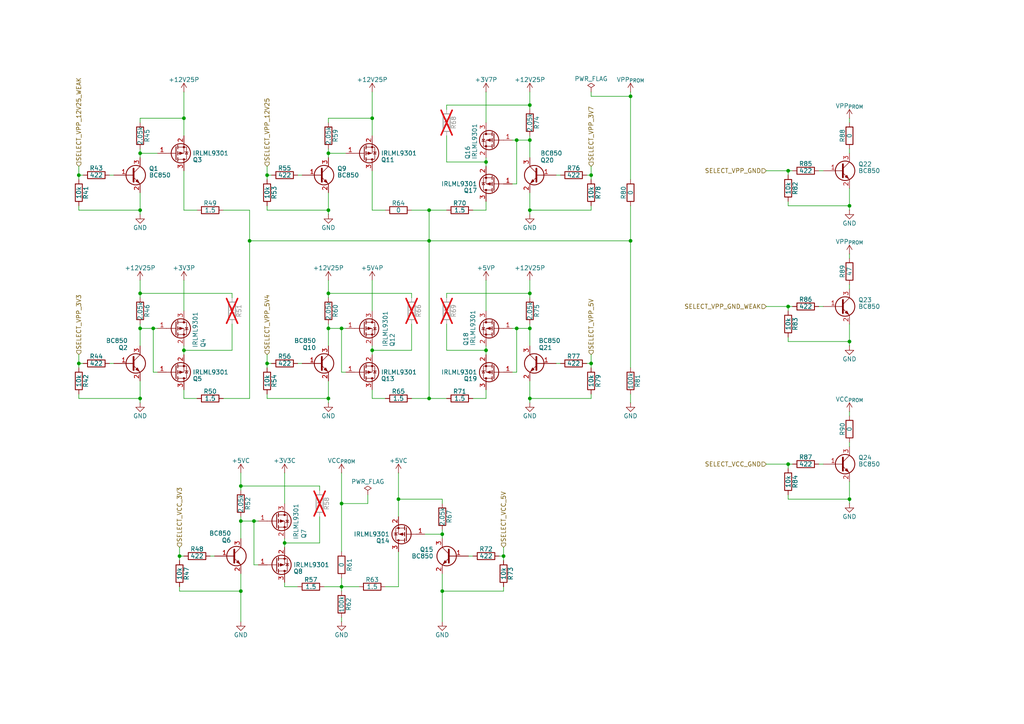
<source format=kicad_sch>
(kicad_sch (version 20231120) (generator "eeschema") (generator_version "8.0")
  (paper "A4")
  (title_block (title "XC17xxx PROM Programmer") (date "2024-12-29") (rev "2") (company "CC-BY-SA-4.0 Michael Singer") (comment 1 "https://github.com/msinger/xc17_prom_prog/") (comment 2 "http://iceboy.a-singer.de/"))
  (lib_symbols
    (symbol "Device:R" (pin_numbers hide) (pin_names (offset 0))
      (property "Reference" "R" (at 2.032 0 90))
      (property "Value" "R" (at 0 0 90))
      (symbol "R_0_1"
        (rectangle (start -1.016 -2.54) (end 1.016 2.54) (stroke (width 0.254)))
      )
      (symbol "R_1_1"
        (pin passive line (at 0 3.81 270) (length 1.27) (name "~") (number "1"))
        (pin passive line (at 0 -3.81 90) (length 1.27) (name "~") (number "2"))
      )
    )
    (symbol "Transistor_BJT:BC850" (pin_names (offset 0) hide)
      (property "Reference" "Q" (at 5.08 1.905 0))
      (property "Value" "BC850" (at 5.08 0 0))
      (symbol "BC850_0_1"
        (polyline (pts (xy 0.635 0.635) (xy 2.54 2.54)))
        (polyline (pts (xy 0.635 -0.635) (xy 2.54 -2.54) (xy 2.54 -2.54)))
        (polyline (pts (xy 0.635 1.905) (xy 0.635 -1.905) (xy 0.635 -1.905)) (stroke (width 0.508)))
        (polyline (pts (xy 1.27 -1.778) (xy 1.778 -1.27) (xy 2.286 -2.286) (xy 1.27 -1.778) (xy 1.27 -1.778)) (fill (type outline)))
        (circle (center 1.27 0) (radius 2.8194) (stroke (width 0.254)))
      )
      (symbol "BC850_1_1"
        (pin input line (at -5.08 0 0) (length 5.715) (name "B") (number "1"))
        (pin passive line (at 2.54 -5.08 90) (length 2.54) (name "E") (number "2"))
        (pin passive line (at 2.54 5.08 270) (length 2.54) (name "C") (number "3"))
      )
    )
    (symbol "Transistor_FET:IRLML9301" (pin_names hide)
      (property "Reference" "Q" (at 5.08 1.905 0))
      (property "Value" "IRLML9301" (at 5.08 0 0))
      (symbol "IRLML9301_0_1"
        (polyline (pts (xy 0.254 0) (xy -2.54 0)))
        (polyline (pts (xy 0.254 1.905) (xy 0.254 -1.905)) (stroke (width 0.254)))
        (polyline (pts (xy 0.762 -1.27) (xy 0.762 -2.286)) (stroke (width 0.254)))
        (polyline (pts (xy 0.762 0.508) (xy 0.762 -0.508)) (stroke (width 0.254)))
        (polyline (pts (xy 0.762 2.286) (xy 0.762 1.27)) (stroke (width 0.254)))
        (polyline (pts (xy 2.54 2.54) (xy 2.54 1.778)))
        (polyline (pts (xy 2.54 -2.54) (xy 2.54 0) (xy 0.762 0)))
        (polyline (pts (xy 0.762 1.778) (xy 3.302 1.778) (xy 3.302 -1.778) (xy 0.762 -1.778)))
        (polyline (pts (xy 2.286 0) (xy 1.27 0.381) (xy 1.27 -0.381) (xy 2.286 0)) (fill (type outline)))
        (polyline (pts (xy 2.794 -0.508) (xy 2.921 -0.381) (xy 3.683 -0.381) (xy 3.81 -0.254)))
        (polyline (pts (xy 3.302 -0.381) (xy 2.921 0.254) (xy 3.683 0.254) (xy 3.302 -0.381)))
        (circle (center 1.651 0) (radius 2.794) (stroke (width 0.254)))
        (circle (center 2.54 -1.778) (radius 0.254) (fill (type outline)))
        (circle (center 2.54 1.778) (radius 0.254) (fill (type outline)))
      )
      (symbol "IRLML9301_1_1"
        (pin input line (at -5.08 0 0) (length 2.54) (name "G") (number "1"))
        (pin passive line (at 2.54 -5.08 90) (length 2.54) (name "S") (number "2"))
        (pin passive line (at 2.54 5.08 270) (length 2.54) (name "D") (number "3"))
      )
    )
    (symbol "power:GND" (power) (pin_numbers hide) (pin_names (offset 0) hide)
      (property "Value" "GND" (at 0 -3.81 0))
      (symbol "GND_0_1"
        (polyline (pts (xy 0 0) (xy 0 -1.27) (xy 1.27 -1.27) (xy 0 -2.54) (xy -1.27 -1.27) (xy 0 -1.27)))
      )
      (symbol "GND_1_1"
        (pin power_in line (at 0 0 270) (length 0) (name "~") (number "1"))
      )
    )
    (symbol "power:PWR_FLAG" (power) (pin_numbers hide) (pin_names (offset 0) hide)
      (property "Value" "PWR_FLAG" (at 0 3.81 0))
      (symbol "PWR_FLAG_0_0"
        (pin power_out line (at 0 0 90) (length 0) (name "~") (number "1"))
      )
      (symbol "PWR_FLAG_0_1"
        (polyline (pts (xy 0 0) (xy 0 1.27) (xy -1.016 1.905) (xy 0 2.54) (xy 1.016 1.905) (xy 0 1.27)))
      )
    )
    (symbol "power:VCC" (power) (pin_numbers hide) (pin_names (offset 0) hide)
      (property "Value" "VCC" (at 0 3.556 0))
      (symbol "VCC_0_1"
        (polyline (pts (xy -0.762 1.27) (xy 0 2.54)))
        (polyline (pts (xy 0 0) (xy 0 2.54)))
        (polyline (pts (xy 0 2.54) (xy 0.762 1.27)))
      )
      (symbol "VCC_1_1"
        (pin power_in line (at 0 0 90) (length 0) (name "~") (number "1"))
      )
    )
  )
  (junction (at 107.95 34.29))
  (junction (at 69.85 171.45))
  (junction (at 95.25 44.45))
  (junction (at 228.6 134.62))
  (junction (at 40.64 95.25))
  (junction (at 171.45 105.41))
  (junction (at 153.67 85.09))
  (junction (at 69.85 151.13))
  (junction (at 153.67 115.57))
  (junction (at 40.64 115.57))
  (junction (at 82.55 157.48))
  (junction (at 95.25 95.25))
  (junction (at 153.67 60.96))
  (junction (at 53.34 101.6))
  (junction (at 95.25 60.96))
  (junction (at 115.57 144.78))
  (junction (at 40.64 60.96))
  (junction (at 22.86 50.8))
  (junction (at 77.47 105.41))
  (junction (at 246.38 59.69))
  (junction (at 128.27 171.45))
  (junction (at 124.46 115.57))
  (junction (at 107.95 101.6))
  (junction (at 69.85 140.97))
  (junction (at 153.67 40.64))
  (junction (at 228.6 49.53))
  (junction (at 22.86 105.41))
  (junction (at 228.6 88.9))
  (junction (at 246.38 144.78))
  (junction (at 95.25 85.09))
  (junction (at 246.38 99.06))
  (junction (at 40.64 85.09))
  (junction (at 52.07 161.29))
  (junction (at 140.97 101.6))
  (junction (at 53.34 34.29))
  (junction (at 77.47 50.8))
  (junction (at 72.39 69.85))
  (junction (at 171.45 50.8))
  (junction (at 182.88 27.94))
  (junction (at 99.06 146.05))
  (junction (at 149.86 95.25))
  (junction (at 99.06 95.25))
  (junction (at 149.86 40.64))
  (junction (at 146.05 161.29))
  (junction (at 153.67 95.25))
  (junction (at 99.06 170.18))
  (junction (at 124.46 60.96))
  (junction (at 40.64 44.45))
  (junction (at 44.45 95.25))
  (junction (at 182.88 69.85))
  (junction (at 153.67 30.48))
  (junction (at 140.97 46.99))
  (junction (at 124.46 69.85))
  (junction (at 95.25 115.57))
  (junction (at 128.27 154.94))
  (junction (at 73.66 151.13))
  (wire (pts (xy 140.97 100.33) (xy 140.97 101.6)))
  (wire (pts (xy 99.06 179.07) (xy 99.06 180.34)))
  (wire (pts (xy 170.18 50.8) (xy 171.45 50.8)))
  (wire (pts (xy 107.95 81.28) (xy 107.95 90.17)))
  (wire (pts (xy 182.88 27.94) (xy 182.88 52.07)))
  (wire (pts (xy 40.64 115.57) (xy 40.64 110.49)))
  (wire (pts (xy 52.07 161.29) (xy 53.34 161.29)))
  (wire (pts (xy 86.36 105.41) (xy 87.63 105.41)))
  (wire (pts (xy 95.25 35.56) (xy 95.25 34.29)))
  (wire (pts (xy 128.27 153.67) (xy 128.27 154.94)))
  (wire (pts (xy 92.71 149.86) (xy 92.71 157.48)))
  (wire (pts (xy 31.75 50.8) (xy 33.02 50.8)))
  (wire (pts (xy 162.56 50.8) (xy 161.29 50.8)))
  (wire (pts (xy 82.55 168.91) (xy 82.55 170.18)))
  (wire (pts (xy 64.77 60.96) (xy 72.39 60.96)))
  (wire (pts (xy 99.06 95.25) (xy 99.06 107.95)))
  (wire (pts (xy 115.57 160.02) (xy 115.57 170.18)))
  (wire (pts (xy 228.6 97.79) (xy 228.6 99.06)))
  (wire (pts (xy 40.64 34.29) (xy 53.34 34.29)))
  (wire (pts (xy 53.34 81.28) (xy 53.34 90.17)))
  (wire (pts (xy 95.25 93.98) (xy 95.25 95.25)))
  (wire (pts (xy 82.55 157.48) (xy 92.71 157.48)))
  (wire (pts (xy 95.25 81.28) (xy 95.25 85.09)))
  (wire (pts (xy 129.54 30.48) (xy 129.54 31.75)))
  (wire (pts (xy 53.34 60.96) (xy 53.34 49.53)))
  (wire (pts (xy 222.25 88.9) (xy 228.6 88.9)))
  (wire (pts (xy 140.97 46.99) (xy 140.97 48.26)))
  (wire (pts (xy 153.67 39.37) (xy 153.67 40.64)))
  (wire (pts (xy 53.34 26.67) (xy 53.34 34.29)))
  (wire (pts (xy 100.33 107.95) (xy 99.06 107.95)))
  (wire (pts (xy 95.25 116.84) (xy 95.25 115.57)))
  (wire (pts (xy 246.38 54.61) (xy 246.38 59.69)))
  (wire (pts (xy 119.38 93.98) (xy 119.38 101.6)))
  (wire (pts (xy 73.66 151.13) (xy 74.93 151.13)))
  (wire (pts (xy 111.76 170.18) (xy 115.57 170.18)))
  (wire (pts (xy 22.86 48.26) (xy 22.86 50.8)))
  (wire (pts (xy 52.07 162.56) (xy 52.07 161.29)))
  (wire (pts (xy 44.45 95.25) (xy 45.72 95.25)))
  (wire (pts (xy 40.64 81.28) (xy 40.64 85.09)))
  (wire (pts (xy 45.72 107.95) (xy 44.45 107.95)))
  (wire (pts (xy 237.49 88.9) (xy 238.76 88.9)))
  (wire (pts (xy 95.25 44.45) (xy 95.25 43.18)))
  (wire (pts (xy 99.06 146.05) (xy 99.06 160.02)))
  (wire (pts (xy 99.06 95.25) (xy 100.33 95.25)))
  (wire (pts (xy 129.54 39.37) (xy 129.54 46.99)))
  (wire (pts (xy 107.95 113.03) (xy 107.95 115.57)))
  (wire (pts (xy 95.25 115.57) (xy 95.25 110.49)))
  (wire (pts (xy 77.47 105.41) (xy 78.74 105.41)))
  (wire (pts (xy 140.97 58.42) (xy 140.97 60.96)))
  (wire (pts (xy 107.95 34.29) (xy 95.25 34.29)))
  (wire (pts (xy 40.64 44.45) (xy 40.64 43.18)))
  (wire (pts (xy 246.38 119.38) (xy 246.38 120.65)))
  (wire (pts (xy 115.57 149.86) (xy 115.57 144.78)))
  (wire (pts (xy 106.68 146.05) (xy 99.06 146.05)))
  (wire (pts (xy 228.6 88.9) (xy 228.6 90.17)))
  (wire (pts (xy 115.57 137.16) (xy 115.57 144.78)))
  (wire (pts (xy 119.38 115.57) (xy 124.46 115.57)))
  (wire (pts (xy 67.31 93.98) (xy 67.31 101.6)))
  (wire (pts (xy 77.47 114.3) (xy 77.47 115.57)))
  (wire (pts (xy 153.67 60.96) (xy 153.67 62.23)))
  (wire (pts (xy 69.85 180.34) (xy 69.85 171.45)))
  (wire (pts (xy 40.64 35.56) (xy 40.64 34.29)))
  (wire (pts (xy 149.86 40.64) (xy 148.59 40.64)))
  (wire (pts (xy 115.57 144.78) (xy 128.27 144.78)))
  (wire (pts (xy 146.05 158.75) (xy 146.05 161.29)))
  (wire (pts (xy 60.96 161.29) (xy 62.23 161.29)))
  (wire (pts (xy 82.55 137.16) (xy 82.55 146.05)))
  (wire (pts (xy 72.39 69.85) (xy 124.46 69.85)))
  (wire (pts (xy 40.64 60.96) (xy 40.64 55.88)))
  (wire (pts (xy 107.95 60.96) (xy 107.95 49.53)))
  (wire (pts (xy 53.34 100.33) (xy 53.34 101.6)))
  (wire (pts (xy 123.19 154.94) (xy 128.27 154.94)))
  (wire (pts (xy 40.64 85.09) (xy 67.31 85.09)))
  (wire (pts (xy 149.86 40.64) (xy 153.67 40.64)))
  (wire (pts (xy 107.95 60.96) (xy 111.76 60.96)))
  (wire (pts (xy 40.64 85.09) (xy 40.64 86.36)))
  (wire (pts (xy 246.38 99.06) (xy 246.38 100.33)))
  (wire (pts (xy 95.25 95.25) (xy 99.06 95.25)))
  (wire (pts (xy 149.86 95.25) (xy 149.86 107.95)))
  (wire (pts (xy 22.86 106.68) (xy 22.86 105.41)))
  (wire (pts (xy 107.95 26.67) (xy 107.95 34.29)))
  (wire (pts (xy 228.6 144.78) (xy 246.38 144.78)))
  (wire (pts (xy 40.64 93.98) (xy 40.64 95.25)))
  (wire (pts (xy 129.54 101.6) (xy 140.97 101.6)))
  (wire (pts (xy 107.95 115.57) (xy 111.76 115.57)))
  (wire (pts (xy 171.45 27.94) (xy 182.88 27.94)))
  (wire (pts (xy 119.38 85.09) (xy 119.38 86.36)))
  (wire (pts (xy 182.88 69.85) (xy 124.46 69.85)))
  (wire (pts (xy 40.64 95.25) (xy 40.64 100.33)))
  (wire (pts (xy 40.64 62.23) (xy 40.64 60.96)))
  (wire (pts (xy 140.97 26.67) (xy 140.97 35.56)))
  (wire (pts (xy 77.47 52.07) (xy 77.47 50.8)))
  (wire (pts (xy 246.38 146.05) (xy 246.38 144.78)))
  (wire (pts (xy 146.05 161.29) (xy 146.05 162.56)))
  (wire (pts (xy 144.78 161.29) (xy 146.05 161.29)))
  (wire (pts (xy 128.27 171.45) (xy 128.27 180.34)))
  (wire (pts (xy 140.97 113.03) (xy 140.97 115.57)))
  (wire (pts (xy 52.07 170.18) (xy 52.07 171.45)))
  (wire (pts (xy 74.93 163.83) (xy 73.66 163.83)))
  (wire (pts (xy 140.97 101.6) (xy 140.97 102.87)))
  (wire (pts (xy 228.6 135.89) (xy 228.6 134.62)))
  (wire (pts (xy 22.86 102.87) (xy 22.86 105.41)))
  (wire (pts (xy 95.25 60.96) (xy 95.25 55.88)))
  (wire (pts (xy 86.36 50.8) (xy 87.63 50.8)))
  (wire (pts (xy 228.6 58.42) (xy 228.6 59.69)))
  (wire (pts (xy 40.64 116.84) (xy 40.64 115.57)))
  (wire (pts (xy 69.85 140.97) (xy 92.71 140.97)))
  (wire (pts (xy 107.95 101.6) (xy 107.95 102.87)))
  (wire (pts (xy 95.25 44.45) (xy 100.33 44.45)))
  (wire (pts (xy 124.46 115.57) (xy 129.54 115.57)))
  (wire (pts (xy 153.67 93.98) (xy 153.67 95.25)))
  (wire (pts (xy 69.85 149.86) (xy 69.85 151.13)))
  (wire (pts (xy 69.85 171.45) (xy 69.85 166.37)))
  (wire (pts (xy 95.25 62.23) (xy 95.25 60.96)))
  (wire (pts (xy 64.77 115.57) (xy 72.39 115.57)))
  (wire (pts (xy 222.25 134.62) (xy 228.6 134.62)))
  (wire (pts (xy 246.38 82.55) (xy 246.38 83.82)))
  (wire (pts (xy 137.16 161.29) (xy 135.89 161.29)))
  (wire (pts (xy 22.86 115.57) (xy 40.64 115.57)))
  (wire (pts (xy 77.47 50.8) (xy 78.74 50.8)))
  (wire (pts (xy 69.85 151.13) (xy 73.66 151.13)))
  (wire (pts (xy 93.98 170.18) (xy 99.06 170.18)))
  (wire (pts (xy 228.6 88.9) (xy 229.87 88.9)))
  (wire (pts (xy 162.56 105.41) (xy 161.29 105.41)))
  (wire (pts (xy 171.45 105.41) (xy 171.45 106.68)))
  (wire (pts (xy 77.47 59.69) (xy 77.47 60.96)))
  (wire (pts (xy 171.45 26.67) (xy 171.45 27.94)))
  (wire (pts (xy 146.05 170.18) (xy 146.05 171.45)))
  (wire (pts (xy 153.67 95.25) (xy 153.67 100.33)))
  (wire (pts (xy 128.27 166.37) (xy 128.27 171.45)))
  (wire (pts (xy 171.45 102.87) (xy 171.45 105.41)))
  (wire (pts (xy 53.34 115.57) (xy 57.15 115.57)))
  (wire (pts (xy 246.38 144.78) (xy 246.38 139.7)))
  (wire (pts (xy 222.25 49.53) (xy 228.6 49.53)))
  (wire (pts (xy 95.25 85.09) (xy 95.25 86.36)))
  (wire (pts (xy 149.86 40.64) (xy 149.86 53.34)))
  (wire (pts (xy 99.06 167.64) (xy 99.06 170.18)))
  (wire (pts (xy 119.38 60.96) (xy 124.46 60.96)))
  (wire (pts (xy 171.45 50.8) (xy 171.45 52.07)))
  (wire (pts (xy 170.18 105.41) (xy 171.45 105.41)))
  (wire (pts (xy 228.6 99.06) (xy 246.38 99.06)))
  (wire (pts (xy 153.67 40.64) (xy 153.67 45.72)))
  (wire (pts (xy 82.55 156.21) (xy 82.55 157.48)))
  (wire (pts (xy 69.85 137.16) (xy 69.85 140.97)))
  (wire (pts (xy 153.67 85.09) (xy 129.54 85.09)))
  (wire (pts (xy 40.64 95.25) (xy 44.45 95.25)))
  (wire (pts (xy 44.45 95.25) (xy 44.45 107.95)))
  (wire (pts (xy 148.59 53.34) (xy 149.86 53.34)))
  (wire (pts (xy 124.46 60.96) (xy 129.54 60.96)))
  (wire (pts (xy 52.07 158.75) (xy 52.07 161.29)))
  (wire (pts (xy 107.95 100.33) (xy 107.95 101.6)))
  (wire (pts (xy 228.6 143.51) (xy 228.6 144.78)))
  (wire (pts (xy 72.39 69.85) (xy 72.39 115.57)))
  (wire (pts (xy 128.27 154.94) (xy 128.27 156.21)))
  (wire (pts (xy 237.49 134.62) (xy 238.76 134.62)))
  (wire (pts (xy 246.38 43.18) (xy 246.38 44.45)))
  (wire (pts (xy 228.6 49.53) (xy 228.6 50.8)))
  (wire (pts (xy 22.86 59.69) (xy 22.86 60.96)))
  (wire (pts (xy 171.45 59.69) (xy 171.45 60.96)))
  (wire (pts (xy 171.45 115.57) (xy 153.67 115.57)))
  (wire (pts (xy 22.86 52.07) (xy 22.86 50.8)))
  (wire (pts (xy 67.31 85.09) (xy 67.31 86.36)))
  (wire (pts (xy 237.49 49.53) (xy 238.76 49.53)))
  (wire (pts (xy 171.45 48.26) (xy 171.45 50.8)))
  (wire (pts (xy 129.54 46.99) (xy 140.97 46.99)))
  (wire (pts (xy 77.47 60.96) (xy 95.25 60.96)))
  (wire (pts (xy 53.34 101.6) (xy 67.31 101.6)))
  (wire (pts (xy 92.71 140.97) (xy 92.71 142.24)))
  (wire (pts (xy 99.06 170.18) (xy 104.14 170.18)))
  (wire (pts (xy 95.25 44.45) (xy 95.25 45.72)))
  (wire (pts (xy 69.85 151.13) (xy 69.85 156.21)))
  (wire (pts (xy 22.86 105.41) (xy 24.13 105.41)))
  (wire (pts (xy 129.54 93.98) (xy 129.54 101.6)))
  (wire (pts (xy 52.07 171.45) (xy 69.85 171.45)))
  (wire (pts (xy 146.05 171.45) (xy 128.27 171.45)))
  (wire (pts (xy 22.86 60.96) (xy 40.64 60.96)))
  (wire (pts (xy 82.55 157.48) (xy 82.55 158.75)))
  (wire (pts (xy 140.97 81.28) (xy 140.97 90.17)))
  (wire (pts (xy 82.55 170.18) (xy 86.36 170.18)))
  (wire (pts (xy 182.88 59.69) (xy 182.88 69.85)))
  (wire (pts (xy 77.47 102.87) (xy 77.47 105.41)))
  (wire (pts (xy 228.6 49.53) (xy 229.87 49.53)))
  (wire (pts (xy 99.06 137.16) (xy 99.06 146.05)))
  (wire (pts (xy 77.47 106.68) (xy 77.47 105.41)))
  (wire (pts (xy 72.39 60.96) (xy 72.39 69.85)))
  (wire (pts (xy 95.25 95.25) (xy 95.25 100.33)))
  (wire (pts (xy 31.75 105.41) (xy 33.02 105.41)))
  (wire (pts (xy 153.67 85.09) (xy 153.67 86.36)))
  (wire (pts (xy 124.46 69.85) (xy 124.46 115.57)))
  (wire (pts (xy 107.95 34.29) (xy 107.95 39.37)))
  (wire (pts (xy 228.6 134.62) (xy 229.87 134.62)))
  (wire (pts (xy 22.86 114.3) (xy 22.86 115.57)))
  (wire (pts (xy 53.34 60.96) (xy 57.15 60.96)))
  (wire (pts (xy 106.68 143.51) (xy 106.68 146.05)))
  (wire (pts (xy 246.38 34.29) (xy 246.38 35.56)))
  (wire (pts (xy 149.86 107.95) (xy 148.59 107.95)))
  (wire (pts (xy 153.67 110.49) (xy 153.67 115.57)))
  (wire (pts (xy 246.38 93.98) (xy 246.38 99.06)))
  (wire (pts (xy 107.95 101.6) (xy 119.38 101.6)))
  (wire (pts (xy 149.86 95.25) (xy 153.67 95.25)))
  (wire (pts (xy 153.67 30.48) (xy 153.67 31.75)))
  (wire (pts (xy 182.88 26.67) (xy 182.88 27.94)))
  (wire (pts (xy 246.38 73.66) (xy 246.38 74.93)))
  (wire (pts (xy 137.16 60.96) (xy 140.97 60.96)))
  (wire (pts (xy 129.54 85.09) (xy 129.54 86.36)))
  (wire (pts (xy 171.45 114.3) (xy 171.45 115.57)))
  (wire (pts (xy 129.54 30.48) (xy 153.67 30.48)))
  (wire (pts (xy 53.34 34.29) (xy 53.34 39.37)))
  (wire (pts (xy 140.97 45.72) (xy 140.97 46.99)))
  (wire (pts (xy 137.16 115.57) (xy 140.97 115.57)))
  (wire (pts (xy 246.38 59.69) (xy 246.38 60.96)))
  (wire (pts (xy 148.59 95.25) (xy 149.86 95.25)))
  (wire (pts (xy 77.47 115.57) (xy 95.25 115.57)))
  (wire (pts (xy 246.38 128.27) (xy 246.38 129.54)))
  (wire (pts (xy 99.06 171.45) (xy 99.06 170.18)))
  (wire (pts (xy 153.67 55.88) (xy 153.67 60.96)))
  (wire (pts (xy 182.88 116.84) (xy 182.88 114.3)))
  (wire (pts (xy 171.45 60.96) (xy 153.67 60.96)))
  (wire (pts (xy 182.88 69.85) (xy 182.88 106.68)))
  (wire (pts (xy 40.64 44.45) (xy 40.64 45.72)))
  (wire (pts (xy 77.47 48.26) (xy 77.47 50.8)))
  (wire (pts (xy 22.86 50.8) (xy 24.13 50.8)))
  (wire (pts (xy 53.34 113.03) (xy 53.34 115.57)))
  (wire (pts (xy 153.67 115.57) (xy 153.67 116.84)))
  (wire (pts (xy 228.6 59.69) (xy 246.38 59.69)))
  (wire (pts (xy 53.34 101.6) (xy 53.34 102.87)))
  (wire (pts (xy 73.66 151.13) (xy 73.66 163.83)))
  (wire (pts (xy 128.27 144.78) (xy 128.27 146.05)))
  (wire (pts (xy 153.67 26.67) (xy 153.67 30.48)))
  (wire (pts (xy 95.25 85.09) (xy 119.38 85.09)))
  (wire (pts (xy 40.64 44.45) (xy 45.72 44.45)))
  (wire (pts (xy 153.67 81.28) (xy 153.67 85.09)))
  (wire (pts (xy 124.46 60.96) (xy 124.46 69.85)))
  (wire (pts (xy 69.85 140.97) (xy 69.85 142.24)))
  (hierarchical_label "SELECT_VPP_3V3" (shape input) (at 22.86 102.87 90))
  (hierarchical_label "SELECT_VPP_5V4" (shape input) (at 77.47 102.87 90))
  (hierarchical_label "SELECT_VPP_GND_WEAK" (shape input) (at 222.25 88.9 180))
  (hierarchical_label "SELECT_VCC_GND" (shape input) (at 222.25 134.62 180))
  (hierarchical_label "SELECT_VPP_12V25_WEAK" (shape input) (at 22.86 48.26 90))
  (hierarchical_label "SELECT_VPP_GND" (shape input) (at 222.25 49.53 180))
  (hierarchical_label "SELECT_VPP_12V25" (shape input) (at 77.47 48.26 90))
  (hierarchical_label "SELECT_VCC_5V" (shape input) (at 146.05 158.75 90))
  (hierarchical_label "SELECT_VPP_5V" (shape input) (at 171.45 102.87 90))
  (hierarchical_label "SELECT_VCC_3V3" (shape input) (at 52.07 158.75 90))
  (hierarchical_label "SELECT_VPP_3V7" (shape input) (at 171.45 48.26 90))
  (symbol (lib_id "Transistor_FET:IRLML9301") (at 50.8 95.25 0) (unit 1)
    (property "Reference" "Q4" (at 58.928 100.838 90) (effects (justify left)))
    (property "Value" "IRLML9301" (at 56.642 100.838 90) (effects (justify left)))
    (property "Footprint" "Package_TO_SOT_SMD:SOT-23" (effects (hide yes)))
    (property "Datasheet" "https://www.infineon.com/dgdl/irlml9301pbf.pdf?fileId=5546d462533600a401535668e5e42640" (effects (hide yes)))
    (property "Description" "-3.6A Id, -30V Vds, 64mOhm Rds, P-Channel HEXFET Power MOSFET, SOT-23" (effects (hide yes)))
  )
  (symbol (lib_id "Device:R") (at 153.67 35.56 0) (unit 1)
    (property "Reference" "R74" (at 155.702 35.56 90))
    (property "Value" "2.05k" (at 153.67 35.56 90))
    (property "Footprint" "Resistor_SMD:R_0603_1608Metric" (effects (hide yes)))
    (property "Description" "Resistor" (effects (hide yes)))
  )
  (symbol (lib_id "power:GND") (at 246.38 146.05 0) (unit 1)
    (property "Reference" "#PWR0132" (effects (hide yes)))
    (property "Value" "GND" (at 246.38 149.86 0))
    (property "Description" "Power symbol creates a global label with name \"GND\" , ground" (effects (hide yes)))
  )
  (symbol (lib_id "power:GND") (at 153.67 116.84 0) (unit 1)
    (property "Reference" "#PWR0124" (effects (hide yes)))
    (property "Value" "GND" (at 153.67 120.65 0))
    (property "Description" "Power symbol creates a global label with name \"GND\" , ground" (effects (hide yes)))
  )
  (symbol (lib_id "Transistor_FET:IRLML9301") (at 105.41 44.45 0) (mirror x) (unit 1)
    (property "Reference" "Q11" (at 110.49 46.355 0) (effects (justify left)))
    (property "Value" "IRLML9301" (at 110.49 44.45 0) (effects (justify left)))
    (property "Footprint" "Package_TO_SOT_SMD:SOT-23" (effects (hide yes)))
    (property "Datasheet" "https://www.infineon.com/dgdl/irlml9301pbf.pdf?fileId=5546d462533600a401535668e5e42640" (effects (hide yes)))
    (property "Description" "-3.6A Id, -30V Vds, 64mOhm Rds, P-Channel HEXFET Power MOSFET, SOT-23" (effects (hide yes)))
  )
  (symbol (lib_id "Device:R") (at 107.95 170.18 90) (unit 1)
    (property "Reference" "R63" (at 107.95 168.148 90))
    (property "Value" "1.5" (at 107.95 170.18 90))
    (property "Footprint" "Resistor_SMD:R_0603_1608Metric" (effects (hide yes)))
    (property "Description" "Resistor" (effects (hide yes)))
  )
  (symbol (lib_id "Device:R") (at 140.97 161.29 90) (unit 1)
    (property "Reference" "R72" (at 140.97 159.258 90))
    (property "Value" "422" (at 140.97 161.29 90))
    (property "Footprint" "Resistor_SMD:R_0603_1608Metric" (effects (hide yes)))
    (property "Description" "Resistor" (effects (hide yes)))
  )
  (symbol (lib_id "Device:R") (at 228.6 93.98 0) (unit 1)
    (property "Reference" "R83" (at 230.632 93.98 90))
    (property "Value" "10k" (at 228.6 93.98 90))
    (property "Footprint" "Resistor_SMD:R_0603_1608Metric" (effects (hide yes)))
    (property "Description" "Resistor" (effects (hide yes)))
  )
  (symbol (lib_id "Device:R") (at 82.55 105.41 90) (unit 1)
    (property "Reference" "R56" (at 82.55 103.378 90))
    (property "Value" "422" (at 82.55 105.41 90))
    (property "Footprint" "Resistor_SMD:R_0603_1608Metric" (effects (hide yes)))
    (property "Description" "Resistor" (effects (hide yes)))
  )
  (symbol (lib_id "Device:R") (at 182.88 110.49 0) (unit 1)
    (property "Reference" "R81" (at 184.912 110.49 90))
    (property "Value" "100k" (at 182.88 110.49 90))
    (property "Footprint" "Resistor_SMD:R_0603_1608Metric" (effects (hide yes)))
    (property "Description" "Resistor" (effects (hide yes)))
  )
  (symbol (lib_id "Device:R") (at 233.68 88.9 90) (unit 1)
    (property "Reference" "R86" (at 233.68 86.868 90))
    (property "Value" "422" (at 233.68 88.9 90))
    (property "Footprint" "Resistor_SMD:R_0603_1608Metric" (effects (hide yes)))
    (property "Description" "Resistor" (effects (hide yes)))
  )
  (symbol (lib_id "power:GND") (at 95.25 116.84 0) (unit 1)
    (property "Reference" "#PWR0112" (effects (hide yes)))
    (property "Value" "GND" (at 95.25 120.65 0))
    (property "Description" "Power symbol creates a global label with name \"GND\" , ground" (effects (hide yes)))
  )
  (symbol (lib_id "Transistor_BJT:BC850") (at 243.84 134.62 0) (unit 1)
    (property "Reference" "Q24" (at 248.92 132.715 0) (effects (justify left)))
    (property "Value" "BC850" (at 248.92 134.62 0) (effects (justify left)))
    (property "Footprint" "Package_TO_SOT_SMD:SOT-23" (effects (hide yes)))
    (property "Datasheet" "http://www.infineon.com/dgdl/Infineon-BC847SERIES_BC848SERIES_BC849SERIES_BC850SERIES-DS-v01_01-en.pdf?fileId=db3a304314dca389011541d4630a1657" (effects (hide yes)))
    (property "Description" "0.1A Ic, 45V Vce, NPN Transistor, SOT-23" (effects (hide yes)))
  )
  (symbol (lib_id "Device:R") (at 228.6 139.7 0) (unit 1)
    (property "Reference" "R84" (at 230.632 139.7 90))
    (property "Value" "10k" (at 228.6 139.7 90))
    (property "Footprint" "Resistor_SMD:R_0603_1608Metric" (effects (hide yes)))
    (property "Description" "Resistor" (effects (hide yes)))
  )
  (symbol (lib_id "Device:R") (at 22.86 55.88 0) (unit 1)
    (property "Reference" "R41" (at 24.892 55.88 90))
    (property "Value" "10k" (at 22.86 55.88 90))
    (property "Footprint" "Resistor_SMD:R_0603_1608Metric" (effects (hide yes)))
    (property "Description" "Resistor" (effects (hide yes)))
  )
  (symbol (lib_id "Device:R") (at 246.38 39.37 0) (unit 1)
    (property "Reference" "R88" (at 244.348 39.37 90))
    (property "Value" "0" (at 246.38 39.37 90))
    (property "Footprint" "Resistor_SMD:R_0603_1608Metric" (effects (hide yes)))
    (property "Description" "Resistor" (effects (hide yes)))
  )
  (symbol (lib_id "Device:R") (at 27.94 50.8 90) (unit 1)
    (property "Reference" "R43" (at 27.94 48.768 90))
    (property "Value" "422" (at 27.94 50.8 90))
    (property "Footprint" "Resistor_SMD:R_0603_1608Metric" (effects (hide yes)))
    (property "Description" "Resistor" (effects (hide yes)))
  )
  (symbol (lib_id "Device:R") (at 95.25 90.17 0) (unit 1)
    (property "Reference" "R60" (at 97.282 90.17 90))
    (property "Value" "2.05k" (at 95.25 90.17 90))
    (property "Footprint" "Resistor_SMD:R_0603_1608Metric" (effects (hide yes)))
    (property "Description" "Resistor" (effects (hide yes)))
  )
  (symbol (lib_id "Device:R") (at 129.54 35.56 0) (unit 1) (exclude_from_sim yes) (in_bom no) (dnp yes)
    (property "Reference" "R68" (at 131.572 35.56 90))
    (property "Value" "1M" (at 129.54 35.56 90))
    (property "Footprint" "Resistor_SMD:R_0603_1608Metric" (effects (hide yes)))
    (property "Description" "Resistor" (effects (hide yes)))
  )
  (symbol (lib_id "Device:R") (at 99.06 175.26 0) (unit 1)
    (property "Reference" "R62" (at 101.092 175.26 90))
    (property "Value" "100k" (at 99.06 175.26 90))
    (property "Footprint" "Resistor_SMD:R_0603_1608Metric" (effects (hide yes)))
    (property "Description" "Resistor" (effects (hide yes)))
  )
  (symbol (lib_id "Device:R") (at 52.07 166.37 0) (unit 1)
    (property "Reference" "R47" (at 54.102 166.37 90))
    (property "Value" "10k" (at 52.07 166.37 90))
    (property "Footprint" "Resistor_SMD:R_0603_1608Metric" (effects (hide yes)))
    (property "Description" "Resistor" (effects (hide yes)))
  )
  (symbol (lib_id "Device:R") (at 171.45 110.49 0) (unit 1)
    (property "Reference" "R79" (at 173.482 110.49 90))
    (property "Value" "10k" (at 171.45 110.49 90))
    (property "Footprint" "Resistor_SMD:R_0603_1608Metric" (effects (hide yes)))
    (property "Description" "Resistor" (effects (hide yes)))
  )
  (symbol (lib_id "Transistor_BJT:BC850") (at 92.71 50.8 0) (unit 1)
    (property "Reference" "Q9" (at 97.79 48.895 0) (effects (justify left)))
    (property "Value" "BC850" (at 97.79 50.8 0) (effects (justify left)))
    (property "Footprint" "Package_TO_SOT_SMD:SOT-23" (effects (hide yes)))
    (property "Datasheet" "http://www.infineon.com/dgdl/Infineon-BC847SERIES_BC848SERIES_BC849SERIES_BC850SERIES-DS-v01_01-en.pdf?fileId=db3a304314dca389011541d4630a1657" (effects (hide yes)))
    (property "Description" "0.1A Ic, 45V Vce, NPN Transistor, SOT-23" (effects (hide yes)))
  )
  (symbol (lib_id "Device:R") (at 92.71 146.05 0) (unit 1) (exclude_from_sim yes) (in_bom no) (dnp yes)
    (property "Reference" "R58" (at 94.742 146.05 90))
    (property "Value" "1M" (at 92.71 146.05 90))
    (property "Footprint" "Resistor_SMD:R_0603_1608Metric" (effects (hide yes)))
    (property "Description" "Resistor" (effects (hide yes)))
  )
  (symbol (lib_id "power:VCC") (at 115.57 137.16 0) (unit 1)
    (property "Reference" "#PWR0117" (effects (hide yes)))
    (property "Value" "+5VC" (at 115.57 133.604 0))
    (property "Description" "Power symbol creates a global label with name \"VCC\"" (effects (hide yes)))
  )
  (symbol (lib_id "Device:R") (at 77.47 55.88 0) (unit 1)
    (property "Reference" "R53" (at 79.502 55.88 90))
    (property "Value" "10k" (at 77.47 55.88 90))
    (property "Footprint" "Resistor_SMD:R_0603_1608Metric" (effects (hide yes)))
    (property "Description" "Resistor" (effects (hide yes)))
  )
  (symbol (lib_id "Transistor_BJT:BC850") (at 130.81 161.29 0) (mirror y) (unit 1)
    (property "Reference" "Q15" (at 125.73 159.385 0) (effects (justify left)))
    (property "Value" "BC850" (at 125.73 161.29 0) (effects (justify left)))
    (property "Footprint" "Package_TO_SOT_SMD:SOT-23" (effects (hide yes)))
    (property "Datasheet" "http://www.infineon.com/dgdl/Infineon-BC847SERIES_BC848SERIES_BC849SERIES_BC850SERIES-DS-v01_01-en.pdf?fileId=db3a304314dca389011541d4630a1657" (effects (hide yes)))
    (property "Description" "0.1A Ic, 45V Vce, NPN Transistor, SOT-23" (effects (hide yes)))
  )
  (symbol (lib_id "Transistor_BJT:BC850") (at 156.21 50.8 0) (mirror y) (unit 1)
    (property "Reference" "Q20" (at 156.718 46.482 0) (effects (justify right)))
    (property "Value" "BC850" (at 156.718 44.45 0) (effects (justify right)))
    (property "Footprint" "Package_TO_SOT_SMD:SOT-23" (effects (hide yes)))
    (property "Datasheet" "http://www.infineon.com/dgdl/Infineon-BC847SERIES_BC848SERIES_BC849SERIES_BC850SERIES-DS-v01_01-en.pdf?fileId=db3a304314dca389011541d4630a1657" (effects (hide yes)))
    (property "Description" "0.1A Ic, 45V Vce, NPN Transistor, SOT-23" (effects (hide yes)))
  )
  (symbol (lib_id "power:GND") (at 99.06 180.34 0) (unit 1)
    (property "Reference" "#PWR0114" (effects (hide yes)))
    (property "Value" "GND" (at 99.06 184.15 0))
    (property "Description" "Power symbol creates a global label with name \"GND\" , ground" (effects (hide yes)))
  )
  (symbol (lib_id "power:GND") (at 69.85 180.34 0) (unit 1)
    (property "Reference" "#PWR0108" (effects (hide yes)))
    (property "Value" "GND" (at 69.85 184.15 0))
    (property "Description" "Power symbol creates a global label with name \"GND\" , ground" (effects (hide yes)))
  )
  (symbol (lib_id "Transistor_FET:IRLML9301") (at 105.41 107.95 0) (mirror x) (unit 1)
    (property "Reference" "Q13" (at 110.49 109.855 0) (effects (justify left)))
    (property "Value" "IRLML9301" (at 110.49 107.95 0) (effects (justify left)))
    (property "Footprint" "Package_TO_SOT_SMD:SOT-23" (effects (hide yes)))
    (property "Datasheet" "https://www.infineon.com/dgdl/irlml9301pbf.pdf?fileId=5546d462533600a401535668e5e42640" (effects (hide yes)))
    (property "Description" "-3.6A Id, -30V Vds, 64mOhm Rds, P-Channel HEXFET Power MOSFET, SOT-23" (effects (hide yes)))
  )
  (symbol (lib_id "power:GND") (at 246.38 100.33 0) (unit 1)
    (property "Reference" "#PWR0130" (effects (hide yes)))
    (property "Value" "GND" (at 246.38 104.14 0))
    (property "Description" "Power symbol creates a global label with name \"GND\" , ground" (effects (hide yes)))
  )
  (symbol (lib_id "Transistor_FET:IRLML9301") (at 50.8 107.95 0) (mirror x) (unit 1)
    (property "Reference" "Q5" (at 55.88 109.855 0) (effects (justify left)))
    (property "Value" "IRLML9301" (at 55.88 107.95 0) (effects (justify left)))
    (property "Footprint" "Package_TO_SOT_SMD:SOT-23" (effects (hide yes)))
    (property "Datasheet" "https://www.infineon.com/dgdl/irlml9301pbf.pdf?fileId=5546d462533600a401535668e5e42640" (effects (hide yes)))
    (property "Description" "-3.6A Id, -30V Vds, 64mOhm Rds, P-Channel HEXFET Power MOSFET, SOT-23" (effects (hide yes)))
  )
  (symbol (lib_id "power:VCC") (at 246.38 119.38 0) (unit 1)
    (property "Reference" "#PWR0131" (effects (hide yes)))
    (property "Value" "VCC_{PROM}" (at 246.38 115.824 0))
    (property "Description" "Power symbol creates a global label with name \"VCC\"" (effects (hide yes)))
  )
  (symbol (lib_id "Transistor_FET:IRLML9301") (at 143.51 95.25 0) (mirror y) (unit 1)
    (property "Reference" "Q18" (at 135.128 100.33 90) (effects (justify left)))
    (property "Value" "IRLML9301" (at 137.16 100.33 90) (effects (justify left)))
    (property "Footprint" "Package_TO_SOT_SMD:SOT-23" (effects (hide yes)))
    (property "Datasheet" "https://www.infineon.com/dgdl/irlml9301pbf.pdf?fileId=5546d462533600a401535668e5e42640" (effects (hide yes)))
    (property "Description" "-3.6A Id, -30V Vds, 64mOhm Rds, P-Channel HEXFET Power MOSFET, SOT-23" (effects (hide yes)))
  )
  (symbol (lib_id "Transistor_BJT:BC850") (at 38.1 50.8 0) (unit 1)
    (property "Reference" "Q1" (at 43.18 48.895 0) (effects (justify left)))
    (property "Value" "BC850" (at 43.18 50.8 0) (effects (justify left)))
    (property "Footprint" "Package_TO_SOT_SMD:SOT-23" (effects (hide yes)))
    (property "Datasheet" "http://www.infineon.com/dgdl/Infineon-BC847SERIES_BC848SERIES_BC849SERIES_BC850SERIES-DS-v01_01-en.pdf?fileId=db3a304314dca389011541d4630a1657" (effects (hide yes)))
    (property "Description" "0.1A Ic, 45V Vce, NPN Transistor, SOT-23" (effects (hide yes)))
  )
  (symbol (lib_id "power:GND") (at 182.88 116.84 0) (unit 1)
    (property "Reference" "#PWR0126" (effects (hide yes)))
    (property "Value" "GND" (at 182.88 120.65 0))
    (property "Description" "Power symbol creates a global label with name \"GND\" , ground" (effects (hide yes)))
  )
  (symbol (lib_id "power:GND") (at 40.64 62.23 0) (unit 1)
    (property "Reference" "#PWR0102" (effects (hide yes)))
    (property "Value" "GND" (at 40.64 66.04 0))
    (property "Description" "Power symbol creates a global label with name \"GND\" , ground" (effects (hide yes)))
  )
  (symbol (lib_id "power:GND") (at 95.25 62.23 0) (unit 1)
    (property "Reference" "#PWR0110" (effects (hide yes)))
    (property "Value" "GND" (at 95.25 66.04 0))
    (property "Description" "Power symbol creates a global label with name \"GND\" , ground" (effects (hide yes)))
  )
  (symbol (lib_id "Device:R") (at 133.35 60.96 90) (unit 1)
    (property "Reference" "R70" (at 133.35 58.928 90))
    (property "Value" "1.5" (at 133.35 60.96 90))
    (property "Footprint" "Resistor_SMD:R_0603_1608Metric" (effects (hide yes)))
    (property "Description" "Resistor" (effects (hide yes)))
  )
  (symbol (lib_id "power:PWR_FLAG") (at 171.45 26.67 0) (unit 1)
    (property "Reference" "#FLG05" (effects (hide yes)))
    (property "Value" "PWR_FLAG" (at 171.45 22.86 0))
    (property "Description" "Special symbol for telling ERC where power comes from" (effects (hide yes)))
  )
  (symbol (lib_id "Device:R") (at 40.64 90.17 0) (unit 1)
    (property "Reference" "R46" (at 42.672 90.17 90))
    (property "Value" "2.05k" (at 40.64 90.17 90))
    (property "Footprint" "Resistor_SMD:R_0603_1608Metric" (effects (hide yes)))
    (property "Description" "Resistor" (effects (hide yes)))
  )
  (symbol (lib_id "Device:R") (at 57.15 161.29 90) (unit 1)
    (property "Reference" "R48" (at 57.15 159.258 90))
    (property "Value" "422" (at 57.15 161.29 90))
    (property "Footprint" "Resistor_SMD:R_0603_1608Metric" (effects (hide yes)))
    (property "Description" "Resistor" (effects (hide yes)))
  )
  (symbol (lib_id "power:GND") (at 40.64 116.84 0) (unit 1)
    (property "Reference" "#PWR0104" (effects (hide yes)))
    (property "Value" "GND" (at 40.64 120.65 0))
    (property "Description" "Power symbol creates a global label with name \"GND\" , ground" (effects (hide yes)))
  )
  (symbol (lib_id "Device:R") (at 82.55 50.8 90) (unit 1)
    (property "Reference" "R55" (at 82.55 48.768 90))
    (property "Value" "422" (at 82.55 50.8 90))
    (property "Footprint" "Resistor_SMD:R_0603_1608Metric" (effects (hide yes)))
    (property "Description" "Resistor" (effects (hide yes)))
  )
  (symbol (lib_id "Device:R") (at 146.05 166.37 0) (unit 1)
    (property "Reference" "R73" (at 148.082 166.37 90))
    (property "Value" "10k" (at 146.05 166.37 90))
    (property "Footprint" "Resistor_SMD:R_0603_1608Metric" (effects (hide yes)))
    (property "Description" "Resistor" (effects (hide yes)))
  )
  (symbol (lib_id "Device:R") (at 22.86 110.49 0) (unit 1)
    (property "Reference" "R42" (at 24.892 110.49 90))
    (property "Value" "10k" (at 22.86 110.49 90))
    (property "Footprint" "Resistor_SMD:R_0603_1608Metric" (effects (hide yes)))
    (property "Description" "Resistor" (effects (hide yes)))
  )
  (symbol (lib_id "Device:R") (at 60.96 60.96 90) (unit 1)
    (property "Reference" "R49" (at 60.96 58.928 90))
    (property "Value" "1.5" (at 60.96 60.96 90))
    (property "Footprint" "Resistor_SMD:R_0603_1608Metric" (effects (hide yes)))
    (property "Description" "Resistor" (effects (hide yes)))
  )
  (symbol (lib_id "Device:R") (at 128.27 149.86 0) (unit 1)
    (property "Reference" "R67" (at 130.302 149.86 90))
    (property "Value" "2.05k" (at 128.27 149.86 90))
    (property "Footprint" "Resistor_SMD:R_0603_1608Metric" (effects (hide yes)))
    (property "Description" "Resistor" (effects (hide yes)))
  )
  (symbol (lib_id "power:VCC") (at 246.38 34.29 0) (unit 1)
    (property "Reference" "#PWR0127" (effects (hide yes)))
    (property "Value" "VPP_{PROM}" (at 246.38 30.734 0))
    (property "Description" "Power symbol creates a global label with name \"VCC\"" (effects (hide yes)))
  )
  (symbol (lib_id "Transistor_BJT:BC850") (at 243.84 49.53 0) (unit 1)
    (property "Reference" "Q22" (at 248.92 47.625 0) (effects (justify left)))
    (property "Value" "BC850" (at 248.92 49.53 0) (effects (justify left)))
    (property "Footprint" "Package_TO_SOT_SMD:SOT-23" (effects (hide yes)))
    (property "Datasheet" "http://www.infineon.com/dgdl/Infineon-BC847SERIES_BC848SERIES_BC849SERIES_BC850SERIES-DS-v01_01-en.pdf?fileId=db3a304314dca389011541d4630a1657" (effects (hide yes)))
    (property "Description" "0.1A Ic, 45V Vce, NPN Transistor, SOT-23" (effects (hide yes)))
  )
  (symbol (lib_id "power:GND") (at 128.27 180.34 0) (unit 1)
    (property "Reference" "#PWR0118" (effects (hide yes)))
    (property "Value" "GND" (at 128.27 184.15 0))
    (property "Description" "Power symbol creates a global label with name \"GND\" , ground" (effects (hide yes)))
  )
  (symbol (lib_id "power:VCC") (at 140.97 81.28 0) (unit 1)
    (property "Reference" "#PWR0120" (effects (hide yes)))
    (property "Value" "+5VP" (at 140.97 77.724 0))
    (property "Description" "Power symbol creates a global label with name \"VCC\"" (effects (hide yes)))
  )
  (symbol (lib_id "Device:R") (at 233.68 49.53 90) (unit 1)
    (property "Reference" "R85" (at 233.68 47.498 90))
    (property "Value" "422" (at 233.68 49.53 90))
    (property "Footprint" "Resistor_SMD:R_0603_1608Metric" (effects (hide yes)))
    (property "Description" "Resistor" (effects (hide yes)))
  )
  (symbol (lib_id "Device:R") (at 182.88 55.88 0) (unit 1)
    (property "Reference" "R80" (at 180.848 55.88 90))
    (property "Value" "0" (at 182.88 55.88 90))
    (property "Footprint" "Resistor_SMD:R_0603_1608Metric" (effects (hide yes)))
    (property "Description" "Resistor" (effects (hide yes)))
  )
  (symbol (lib_id "Device:R") (at 233.68 134.62 90) (unit 1)
    (property "Reference" "R87" (at 233.68 132.588 90))
    (property "Value" "422" (at 233.68 134.62 90))
    (property "Footprint" "Resistor_SMD:R_0603_1608Metric" (effects (hide yes)))
    (property "Description" "Resistor" (effects (hide yes)))
  )
  (symbol (lib_id "power:VCC") (at 107.95 81.28 0) (unit 1)
    (property "Reference" "#PWR0116" (effects (hide yes)))
    (property "Value" "+5V4P" (at 107.95 77.724 0))
    (property "Description" "Power symbol creates a global label with name \"VCC\"" (effects (hide yes)))
  )
  (symbol (lib_id "power:VCC") (at 40.64 81.28 0) (unit 1)
    (property "Reference" "#PWR0103" (effects (hide yes)))
    (property "Value" "+12V25P" (at 40.64 77.724 0))
    (property "Description" "Power symbol creates a global label with name \"VCC\"" (effects (hide yes)))
  )
  (symbol (lib_id "Device:R") (at 166.37 50.8 90) (unit 1)
    (property "Reference" "R76" (at 166.37 48.768 90))
    (property "Value" "422" (at 166.37 50.8 90))
    (property "Footprint" "Resistor_SMD:R_0603_1608Metric" (effects (hide yes)))
    (property "Description" "Resistor" (effects (hide yes)))
  )
  (symbol (lib_id "Transistor_FET:IRLML9301") (at 118.11 154.94 180) (unit 1)
    (property "Reference" "Q14" (at 113.03 156.845 0) (effects (justify left)))
    (property "Value" "IRLML9301" (at 113.03 154.94 0) (effects (justify left)))
    (property "Footprint" "Package_TO_SOT_SMD:SOT-23" (effects (hide yes)))
    (property "Datasheet" "https://www.infineon.com/dgdl/irlml9301pbf.pdf?fileId=5546d462533600a401535668e5e42640" (effects (hide yes)))
    (property "Description" "-3.6A Id, -30V Vds, 64mOhm Rds, P-Channel HEXFET Power MOSFET, SOT-23" (effects (hide yes)))
  )
  (symbol (lib_id "Device:R") (at 246.38 124.46 0) (unit 1)
    (property "Reference" "R90" (at 244.348 124.46 90))
    (property "Value" "0" (at 246.38 124.46 90))
    (property "Footprint" "Resistor_SMD:R_0603_1608Metric" (effects (hide yes)))
    (property "Description" "Resistor" (effects (hide yes)))
  )
  (symbol (lib_id "power:VCC") (at 182.88 26.67 0) (unit 1)
    (property "Reference" "#PWR0125" (effects (hide yes)))
    (property "Value" "VPP_{PROM}" (at 182.88 23.114 0))
    (property "Description" "Power symbol creates a global label with name \"VCC\"" (effects (hide yes)))
  )
  (symbol (lib_id "Device:R") (at 133.35 115.57 90) (unit 1)
    (property "Reference" "R71" (at 133.35 113.538 90))
    (property "Value" "1.5" (at 133.35 115.57 90))
    (property "Footprint" "Resistor_SMD:R_0603_1608Metric" (effects (hide yes)))
    (property "Description" "Resistor" (effects (hide yes)))
  )
  (symbol (lib_id "Device:R") (at 115.57 60.96 90) (unit 1)
    (property "Reference" "R64" (at 115.57 58.928 90))
    (property "Value" "0" (at 115.57 60.96 90))
    (property "Footprint" "Resistor_SMD:R_0603_1608Metric" (effects (hide yes)))
    (property "Description" "Resistor" (effects (hide yes)))
  )
  (symbol (lib_id "Transistor_BJT:BC850") (at 67.31 161.29 0) (unit 1)
    (property "Reference" "Q6" (at 67.056 156.718 0) (effects (justify right)))
    (property "Value" "BC850" (at 67.056 154.686 0) (effects (justify right)))
    (property "Footprint" "Package_TO_SOT_SMD:SOT-23" (effects (hide yes)))
    (property "Datasheet" "http://www.infineon.com/dgdl/Infineon-BC847SERIES_BC848SERIES_BC849SERIES_BC850SERIES-DS-v01_01-en.pdf?fileId=db3a304314dca389011541d4630a1657" (effects (hide yes)))
    (property "Description" "0.1A Ic, 45V Vce, NPN Transistor, SOT-23" (effects (hide yes)))
  )
  (symbol (lib_id "Transistor_BJT:BC850") (at 38.1 105.41 0) (unit 1)
    (property "Reference" "Q2" (at 37.084 100.838 0) (effects (justify right)))
    (property "Value" "BC850" (at 37.084 98.806 0) (effects (justify right)))
    (property "Footprint" "Package_TO_SOT_SMD:SOT-23" (effects (hide yes)))
    (property "Datasheet" "http://www.infineon.com/dgdl/Infineon-BC847SERIES_BC848SERIES_BC849SERIES_BC850SERIES-DS-v01_01-en.pdf?fileId=db3a304314dca389011541d4630a1657" (effects (hide yes)))
    (property "Description" "0.1A Ic, 45V Vce, NPN Transistor, SOT-23" (effects (hide yes)))
  )
  (symbol (lib_id "Device:R") (at 60.96 115.57 90) (unit 1)
    (property "Reference" "R50" (at 60.96 113.538 90))
    (property "Value" "1.5" (at 60.96 115.57 90))
    (property "Footprint" "Resistor_SMD:R_0603_1608Metric" (effects (hide yes)))
    (property "Description" "Resistor" (effects (hide yes)))
  )
  (symbol (lib_id "Device:R") (at 95.25 39.37 0) (unit 1)
    (property "Reference" "R59" (at 97.282 39.37 90))
    (property "Value" "2.05k" (at 95.25 39.37 90))
    (property "Footprint" "Resistor_SMD:R_0603_1608Metric" (effects (hide yes)))
    (property "Description" "Resistor" (effects (hide yes)))
  )
  (symbol (lib_id "power:VCC") (at 82.55 137.16 0) (unit 1)
    (property "Reference" "#PWR0109" (effects (hide yes)))
    (property "Value" "+3V3C" (at 82.55 133.604 0))
    (property "Description" "Power symbol creates a global label with name \"VCC\"" (effects (hide yes)))
  )
  (symbol (lib_id "Device:R") (at 67.31 90.17 0) (unit 1) (exclude_from_sim yes) (in_bom no) (dnp yes)
    (property "Reference" "R51" (at 69.342 90.17 90))
    (property "Value" "1M" (at 67.31 90.17 90))
    (property "Footprint" "Resistor_SMD:R_0603_1608Metric" (effects (hide yes)))
    (property "Description" "Resistor" (effects (hide yes)))
  )
  (symbol (lib_id "Transistor_FET:IRLML9301") (at 143.51 40.64 0) (mirror y) (unit 1)
    (property "Reference" "Q16" (at 135.636 46.228 90) (effects (justify left)))
    (property "Value" "IRLML9301" (at 137.668 46.228 90) (effects (justify left)))
    (property "Footprint" "Package_TO_SOT_SMD:SOT-23" (effects (hide yes)))
    (property "Datasheet" "https://www.infineon.com/dgdl/irlml9301pbf.pdf?fileId=5546d462533600a401535668e5e42640" (effects (hide yes)))
    (property "Description" "-3.6A Id, -30V Vds, 64mOhm Rds, P-Channel HEXFET Power MOSFET, SOT-23" (effects (hide yes)))
  )
  (symbol (lib_id "power:VCC") (at 246.38 73.66 0) (unit 1)
    (property "Reference" "#PWR0129" (effects (hide yes)))
    (property "Value" "VPP_{PROM}" (at 246.38 70.104 0))
    (property "Description" "Power symbol creates a global label with name \"VCC\"" (effects (hide yes)))
  )
  (symbol (lib_id "Transistor_FET:IRLML9301") (at 105.41 95.25 0) (unit 1)
    (property "Reference" "Q12" (at 113.792 100.584 90) (effects (justify left)))
    (property "Value" "IRLML9301" (at 111.76 100.584 90) (effects (justify left)))
    (property "Footprint" "Package_TO_SOT_SMD:SOT-23" (effects (hide yes)))
    (property "Datasheet" "https://www.infineon.com/dgdl/irlml9301pbf.pdf?fileId=5546d462533600a401535668e5e42640" (effects (hide yes)))
    (property "Description" "-3.6A Id, -30V Vds, 64mOhm Rds, P-Channel HEXFET Power MOSFET, SOT-23" (effects (hide yes)))
  )
  (symbol (lib_id "power:VCC") (at 107.95 26.67 0) (unit 1)
    (property "Reference" "#PWR0115" (effects (hide yes)))
    (property "Value" "+12V25P" (at 107.95 23.114 0))
    (property "Description" "Power symbol creates a global label with name \"VCC\"" (effects (hide yes)))
  )
  (symbol (lib_id "Transistor_FET:IRLML9301") (at 143.51 53.34 180) (unit 1)
    (property "Reference" "Q17" (at 138.43 55.245 0) (effects (justify left)))
    (property "Value" "IRLML9301" (at 138.43 53.34 0) (effects (justify left)))
    (property "Footprint" "Package_TO_SOT_SMD:SOT-23" (effects (hide yes)))
    (property "Datasheet" "https://www.infineon.com/dgdl/irlml9301pbf.pdf?fileId=5546d462533600a401535668e5e42640" (effects (hide yes)))
    (property "Description" "-3.6A Id, -30V Vds, 64mOhm Rds, P-Channel HEXFET Power MOSFET, SOT-23" (effects (hide yes)))
  )
  (symbol (lib_id "power:VCC") (at 99.06 137.16 0) (unit 1)
    (property "Reference" "#PWR0113" (effects (hide yes)))
    (property "Value" "VCC_{PROM}" (at 99.06 133.604 0))
    (property "Description" "Power symbol creates a global label with name \"VCC\"" (effects (hide yes)))
  )
  (symbol (lib_id "Device:R") (at 69.85 146.05 0) (unit 1)
    (property "Reference" "R52" (at 71.882 146.05 90))
    (property "Value" "2.05k" (at 69.85 146.05 90))
    (property "Footprint" "Resistor_SMD:R_0603_1608Metric" (effects (hide yes)))
    (property "Description" "Resistor" (effects (hide yes)))
  )
  (symbol (lib_id "Device:R") (at 115.57 115.57 90) (unit 1)
    (property "Reference" "R65" (at 115.57 113.538 90))
    (property "Value" "1.5" (at 115.57 115.57 90))
    (property "Footprint" "Resistor_SMD:R_0603_1608Metric" (effects (hide yes)))
    (property "Description" "Resistor" (effects (hide yes)))
  )
  (symbol (lib_id "Transistor_BJT:BC850") (at 243.84 88.9 0) (unit 1)
    (property "Reference" "Q23" (at 248.92 86.995 0) (effects (justify left)))
    (property "Value" "BC850" (at 248.92 88.9 0) (effects (justify left)))
    (property "Footprint" "Package_TO_SOT_SMD:SOT-23" (effects (hide yes)))
    (property "Datasheet" "http://www.infineon.com/dgdl/Infineon-BC847SERIES_BC848SERIES_BC849SERIES_BC850SERIES-DS-v01_01-en.pdf?fileId=db3a304314dca389011541d4630a1657" (effects (hide yes)))
    (property "Description" "0.1A Ic, 45V Vce, NPN Transistor, SOT-23" (effects (hide yes)))
  )
  (symbol (lib_id "power:PWR_FLAG") (at 106.68 143.51 0) (unit 1)
    (property "Reference" "#FLG04" (effects (hide yes)))
    (property "Value" "PWR_FLAG" (at 106.68 139.7 0))
    (property "Description" "Special symbol for telling ERC where power comes from" (effects (hide yes)))
  )
  (symbol (lib_id "Device:R") (at 90.17 170.18 90) (unit 1)
    (property "Reference" "R57" (at 90.17 168.148 90))
    (property "Value" "1.5" (at 90.17 170.18 90))
    (property "Footprint" "Resistor_SMD:R_0603_1608Metric" (effects (hide yes)))
    (property "Description" "Resistor" (effects (hide yes)))
  )
  (symbol (lib_id "power:GND") (at 246.38 60.96 0) (unit 1)
    (property "Reference" "#PWR0128" (effects (hide yes)))
    (property "Value" "GND" (at 246.38 64.77 0))
    (property "Description" "Power symbol creates a global label with name \"GND\" , ground" (effects (hide yes)))
  )
  (symbol (lib_id "Device:R") (at 129.54 90.17 0) (unit 1) (exclude_from_sim yes) (in_bom no) (dnp yes)
    (property "Reference" "R69" (at 131.572 90.17 90))
    (property "Value" "1M" (at 129.54 90.17 90))
    (property "Footprint" "Resistor_SMD:R_0603_1608Metric" (effects (hide yes)))
    (property "Description" "Resistor" (effects (hide yes)))
  )
  (symbol (lib_id "Device:R") (at 27.94 105.41 90) (unit 1)
    (property "Reference" "R44" (at 27.94 103.378 90))
    (property "Value" "422" (at 27.94 105.41 90))
    (property "Footprint" "Resistor_SMD:R_0603_1608Metric" (effects (hide yes)))
    (property "Description" "Resistor" (effects (hide yes)))
  )
  (symbol (lib_id "Transistor_BJT:BC850") (at 156.21 105.41 0) (mirror y) (unit 1)
    (property "Reference" "Q21" (at 156.21 100.838 0) (effects (justify right)))
    (property "Value" "BC850" (at 156.21 98.806 0) (effects (justify right)))
    (property "Footprint" "Package_TO_SOT_SMD:SOT-23" (effects (hide yes)))
    (property "Datasheet" "http://www.infineon.com/dgdl/Infineon-BC847SERIES_BC848SERIES_BC849SERIES_BC850SERIES-DS-v01_01-en.pdf?fileId=db3a304314dca389011541d4630a1657" (effects (hide yes)))
    (property "Description" "0.1A Ic, 45V Vce, NPN Transistor, SOT-23" (effects (hide yes)))
  )
  (symbol (lib_id "power:VCC") (at 153.67 26.67 0) (unit 1)
    (property "Reference" "#PWR0121" (effects (hide yes)))
    (property "Value" "+12V25P" (at 153.67 23.114 0))
    (property "Description" "Power symbol creates a global label with name \"VCC\"" (effects (hide yes)))
  )
  (symbol (lib_id "Device:R") (at 40.64 39.37 0) (unit 1)
    (property "Reference" "R45" (at 42.672 39.37 90))
    (property "Value" "2.05k" (at 40.64 39.37 90))
    (property "Footprint" "Resistor_SMD:R_0603_1608Metric" (effects (hide yes)))
    (property "Description" "Resistor" (effects (hide yes)))
  )
  (symbol (lib_id "Device:R") (at 77.47 110.49 0) (unit 1)
    (property "Reference" "R54" (at 79.502 110.49 90))
    (property "Value" "10k" (at 77.47 110.49 90))
    (property "Footprint" "Resistor_SMD:R_0603_1608Metric" (effects (hide yes)))
    (property "Description" "Resistor" (effects (hide yes)))
  )
  (symbol (lib_id "power:VCC") (at 53.34 26.67 0) (unit 1)
    (property "Reference" "#PWR0105" (effects (hide yes)))
    (property "Value" "+12V25P" (at 53.34 23.114 0))
    (property "Description" "Power symbol creates a global label with name \"VCC\"" (effects (hide yes)))
  )
  (symbol (lib_id "power:GND") (at 153.67 62.23 0) (unit 1)
    (property "Reference" "#PWR0122" (effects (hide yes)))
    (property "Value" "GND" (at 153.67 66.04 0))
    (property "Description" "Power symbol creates a global label with name \"GND\" , ground" (effects (hide yes)))
  )
  (symbol (lib_id "power:VCC") (at 140.97 26.67 0) (unit 1)
    (property "Reference" "#PWR0119" (effects (hide yes)))
    (property "Value" "+3V7P" (at 140.97 23.114 0))
    (property "Description" "Power symbol creates a global label with name \"VCC\"" (effects (hide yes)))
  )
  (symbol (lib_id "Device:R") (at 171.45 55.88 0) (unit 1)
    (property "Reference" "R78" (at 173.482 55.88 90))
    (property "Value" "10k" (at 171.45 55.88 90))
    (property "Footprint" "Resistor_SMD:R_0603_1608Metric" (effects (hide yes)))
    (property "Description" "Resistor" (effects (hide yes)))
  )
  (symbol (lib_id "power:VCC") (at 153.67 81.28 0) (unit 1)
    (property "Reference" "#PWR0123" (effects (hide yes)))
    (property "Value" "+12V25P" (at 153.67 77.724 0))
    (property "Description" "Power symbol creates a global label with name \"VCC\"" (effects (hide yes)))
  )
  (symbol (lib_id "Device:R") (at 153.67 90.17 0) (unit 1)
    (property "Reference" "R75" (at 155.702 90.17 90))
    (property "Value" "2.05k" (at 153.67 90.17 90))
    (property "Footprint" "Resistor_SMD:R_0603_1608Metric" (effects (hide yes)))
    (property "Description" "Resistor" (effects (hide yes)))
  )
  (symbol (lib_id "Device:R") (at 119.38 90.17 0) (unit 1) (exclude_from_sim yes) (in_bom no) (dnp yes)
    (property "Reference" "R66" (at 121.412 90.17 90))
    (property "Value" "1M" (at 119.38 90.17 90))
    (property "Footprint" "Resistor_SMD:R_0603_1608Metric" (effects (hide yes)))
    (property "Description" "Resistor" (effects (hide yes)))
  )
  (symbol (lib_id "Transistor_FET:IRLML9301") (at 80.01 151.13 0) (unit 1)
    (property "Reference" "Q7" (at 88.138 156.21 90) (effects (justify left)))
    (property "Value" "IRLML9301" (at 85.852 156.464 90) (effects (justify left)))
    (property "Footprint" "Package_TO_SOT_SMD:SOT-23" (effects (hide yes)))
    (property "Datasheet" "https://www.infineon.com/dgdl/irlml9301pbf.pdf?fileId=5546d462533600a401535668e5e42640" (effects (hide yes)))
    (property "Description" "-3.6A Id, -30V Vds, 64mOhm Rds, P-Channel HEXFET Power MOSFET, SOT-23" (effects (hide yes)))
  )
  (symbol (lib_id "Transistor_FET:IRLML9301") (at 80.01 163.83 0) (mirror x) (unit 1)
    (property "Reference" "Q8" (at 85.09 165.735 0) (effects (justify left)))
    (property "Value" "IRLML9301" (at 85.09 163.83 0) (effects (justify left)))
    (property "Footprint" "Package_TO_SOT_SMD:SOT-23" (effects (hide yes)))
    (property "Datasheet" "https://www.infineon.com/dgdl/irlml9301pbf.pdf?fileId=5546d462533600a401535668e5e42640" (effects (hide yes)))
    (property "Description" "-3.6A Id, -30V Vds, 64mOhm Rds, P-Channel HEXFET Power MOSFET, SOT-23" (effects (hide yes)))
  )
  (symbol (lib_id "power:VCC") (at 95.25 81.28 0) (unit 1)
    (property "Reference" "#PWR0111" (effects (hide yes)))
    (property "Value" "+12V25P" (at 95.25 77.724 0))
    (property "Description" "Power symbol creates a global label with name \"VCC\"" (effects (hide yes)))
  )
  (symbol (lib_id "Transistor_FET:IRLML9301") (at 50.8 44.45 0) (mirror x) (unit 1)
    (property "Reference" "Q3" (at 55.88 46.355 0) (effects (justify left)))
    (property "Value" "IRLML9301" (at 55.88 44.45 0) (effects (justify left)))
    (property "Footprint" "Package_TO_SOT_SMD:SOT-23" (effects (hide yes)))
    (property "Datasheet" "https://www.infineon.com/dgdl/irlml9301pbf.pdf?fileId=5546d462533600a401535668e5e42640" (effects (hide yes)))
    (property "Description" "-3.6A Id, -30V Vds, 64mOhm Rds, P-Channel HEXFET Power MOSFET, SOT-23" (effects (hide yes)))
  )
  (symbol (lib_id "Transistor_FET:IRLML9301") (at 143.51 107.95 180) (unit 1)
    (property "Reference" "Q19" (at 138.43 109.855 0) (effects (justify left)))
    (property "Value" "IRLML9301" (at 138.43 107.95 0) (effects (justify left)))
    (property "Footprint" "Package_TO_SOT_SMD:SOT-23" (effects (hide yes)))
    (property "Datasheet" "https://www.infineon.com/dgdl/irlml9301pbf.pdf?fileId=5546d462533600a401535668e5e42640" (effects (hide yes)))
    (property "Description" "-3.6A Id, -30V Vds, 64mOhm Rds, P-Channel HEXFET Power MOSFET, SOT-23" (effects (hide yes)))
  )
  (symbol (lib_id "power:VCC") (at 69.85 137.16 0) (unit 1)
    (property "Reference" "#PWR0107" (effects (hide yes)))
    (property "Value" "+5VC" (at 69.85 133.604 0))
    (property "Description" "Power symbol creates a global label with name \"VCC\"" (effects (hide yes)))
  )
  (symbol (lib_id "Transistor_BJT:BC850") (at 92.71 105.41 0) (unit 1)
    (property "Reference" "Q10" (at 91.694 100.838 0) (effects (justify right)))
    (property "Value" "BC850" (at 91.694 98.806 0) (effects (justify right)))
    (property "Footprint" "Package_TO_SOT_SMD:SOT-23" (effects (hide yes)))
    (property "Datasheet" "http://www.infineon.com/dgdl/Infineon-BC847SERIES_BC848SERIES_BC849SERIES_BC850SERIES-DS-v01_01-en.pdf?fileId=db3a304314dca389011541d4630a1657" (effects (hide yes)))
    (property "Description" "0.1A Ic, 45V Vce, NPN Transistor, SOT-23" (effects (hide yes)))
  )
  (symbol (lib_id "power:VCC") (at 53.34 81.28 0) (unit 1)
    (property "Reference" "#PWR0106" (effects (hide yes)))
    (property "Value" "+3V3P" (at 53.34 77.724 0))
    (property "Description" "Power symbol creates a global label with name \"VCC\"" (effects (hide yes)))
  )
  (symbol (lib_id "Device:R") (at 99.06 163.83 0) (unit 1)
    (property "Reference" "R61" (at 101.346 163.83 90))
    (property "Value" "0" (at 99.06 163.83 90))
    (property "Footprint" "Resistor_SMD:R_0603_1608Metric" (effects (hide yes)))
    (property "Description" "Resistor" (effects (hide yes)))
  )
  (symbol (lib_id "Device:R") (at 228.6 54.61 0) (unit 1)
    (property "Reference" "R82" (at 230.632 54.61 90))
    (property "Value" "10k" (at 228.6 54.61 90))
    (property "Footprint" "Resistor_SMD:R_0603_1608Metric" (effects (hide yes)))
    (property "Description" "Resistor" (effects (hide yes)))
  )
  (symbol (lib_id "Device:R") (at 166.37 105.41 90) (unit 1)
    (property "Reference" "R77" (at 166.37 103.378 90))
    (property "Value" "422" (at 166.37 105.41 90))
    (property "Footprint" "Resistor_SMD:R_0603_1608Metric" (effects (hide yes)))
    (property "Description" "Resistor" (effects (hide yes)))
  )
  (symbol (lib_id "Device:R") (at 246.38 78.74 0) (unit 1)
    (property "Reference" "R89" (at 244.348 78.74 90))
    (property "Value" "47" (at 246.38 78.74 90))
    (property "Footprint" "Resistor_SMD:R_0603_1608Metric" (effects (hide yes)))
    (property "Description" "Resistor" (effects (hide yes)))
  )
)
</source>
